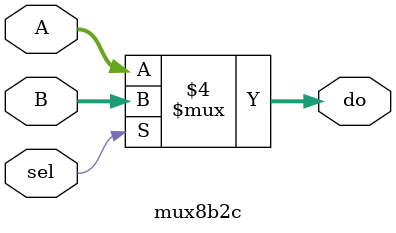
<source format=v>
module reg8b(di, do, pl, clk);
  input[7:0] di;
  output[7:0] do;
  
  input clk, pl;

  reg[7:0] do;
  
  always@(posedge clk)
    if (pl == 1'b1)
      do = di;
    else
      do = do;
endmodule
      
module reg3b(di, do, pl, clk);
  input[2:0] di;
  output[2:0] do;
  
  input clk, pl;

  reg[2:0] do;
  
  always@(posedge clk)
    if (pl == 1'b1)
      do = di;
    else
      do = do;
endmodule

module mux8b2c(A, B, do, sel);
  input[7:0] A, B;
  input sel;
  output[7:0] do;
  
  reg[7:0] do;
  
  always@(A or B or sel)
    if(sel == 0)
      do = A;
    else
      do = B;  
endmodule
</source>
